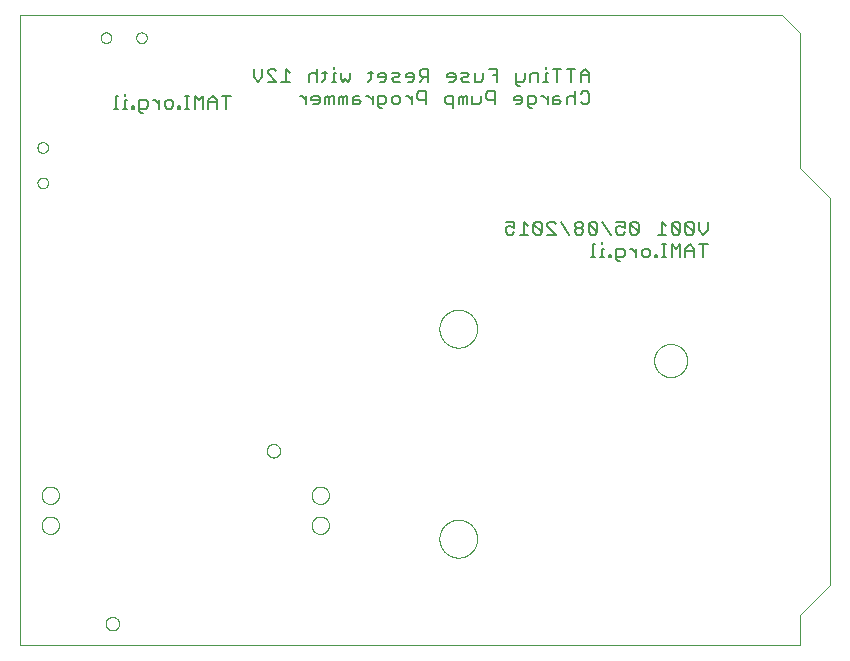
<source format=gbo>
G75*
%MOIN*%
%OFA0B0*%
%FSLAX25Y25*%
%IPPOS*%
%LPD*%
%AMOC8*
5,1,8,0,0,1.08239X$1,22.5*
%
%ADD10C,0.00004*%
%ADD11C,0.00800*%
%ADD12C,0.00000*%
%ADD13C,0.00394*%
D10*
X0016500Y0031300D02*
X0016500Y0241300D01*
X0270500Y0241300D01*
X0276500Y0235300D01*
X0276500Y0190300D01*
X0286500Y0180300D01*
X0286500Y0051300D01*
X0276500Y0041300D01*
X0276500Y0031300D01*
X0016500Y0031300D01*
X0276500Y0031300D01*
X0276500Y0041300D01*
X0286500Y0051300D01*
X0286500Y0180300D01*
X0276500Y0190300D01*
X0276500Y0235300D01*
X0270500Y0241300D01*
X0016500Y0241300D01*
X0016500Y0031300D01*
D11*
X0178343Y0168901D02*
X0179043Y0168200D01*
X0180444Y0168200D01*
X0181145Y0168901D01*
X0181145Y0170302D02*
X0179744Y0171002D01*
X0179043Y0171002D01*
X0178343Y0170302D01*
X0178343Y0168901D01*
X0181145Y0170302D02*
X0181145Y0172404D01*
X0178343Y0172404D01*
X0184348Y0172404D02*
X0184348Y0168200D01*
X0185749Y0168200D02*
X0182947Y0168200D01*
X0185749Y0171002D02*
X0184348Y0172404D01*
X0187551Y0171703D02*
X0190353Y0168901D01*
X0189652Y0168200D01*
X0188251Y0168200D01*
X0187551Y0168901D01*
X0187551Y0171703D01*
X0188251Y0172404D01*
X0189652Y0172404D01*
X0190353Y0171703D01*
X0190353Y0168901D01*
X0192154Y0168200D02*
X0194957Y0168200D01*
X0192154Y0171002D01*
X0192154Y0171703D01*
X0192855Y0172404D01*
X0194256Y0172404D01*
X0194957Y0171703D01*
X0196758Y0172404D02*
X0199561Y0168200D01*
X0201362Y0168901D02*
X0202063Y0168200D01*
X0203464Y0168200D01*
X0204165Y0168901D01*
X0204165Y0169601D01*
X0203464Y0170302D01*
X0202063Y0170302D01*
X0201362Y0169601D01*
X0201362Y0168901D01*
X0202063Y0170302D02*
X0201362Y0171002D01*
X0201362Y0171703D01*
X0202063Y0172404D01*
X0203464Y0172404D01*
X0204165Y0171703D01*
X0204165Y0171002D01*
X0203464Y0170302D01*
X0205966Y0171703D02*
X0205966Y0168901D01*
X0206667Y0168200D01*
X0208068Y0168200D01*
X0208769Y0168901D01*
X0205966Y0171703D01*
X0206667Y0172404D01*
X0208068Y0172404D01*
X0208769Y0171703D01*
X0208769Y0168901D01*
X0210370Y0165604D02*
X0210370Y0164904D01*
X0210370Y0163502D02*
X0210370Y0160700D01*
X0211071Y0160700D02*
X0209669Y0160700D01*
X0208001Y0160700D02*
X0206600Y0160700D01*
X0207301Y0160700D02*
X0207301Y0164904D01*
X0208001Y0164904D01*
X0210370Y0163502D02*
X0211071Y0163502D01*
X0212672Y0161401D02*
X0212672Y0160700D01*
X0213373Y0160700D01*
X0213373Y0161401D01*
X0212672Y0161401D01*
X0215174Y0160700D02*
X0217276Y0160700D01*
X0217976Y0161401D01*
X0217976Y0162802D01*
X0217276Y0163502D01*
X0215174Y0163502D01*
X0215174Y0159999D01*
X0215875Y0159299D01*
X0216575Y0159299D01*
X0219711Y0163502D02*
X0220412Y0163502D01*
X0221813Y0162101D01*
X0221813Y0160700D02*
X0221813Y0163502D01*
X0223615Y0162802D02*
X0223615Y0161401D01*
X0224315Y0160700D01*
X0225716Y0160700D01*
X0226417Y0161401D01*
X0226417Y0162802D01*
X0225716Y0163502D01*
X0224315Y0163502D01*
X0223615Y0162802D01*
X0228018Y0161401D02*
X0228018Y0160700D01*
X0228719Y0160700D01*
X0228719Y0161401D01*
X0228018Y0161401D01*
X0230387Y0160700D02*
X0231788Y0160700D01*
X0231088Y0160700D02*
X0231088Y0164904D01*
X0231788Y0164904D02*
X0230387Y0164904D01*
X0233590Y0164904D02*
X0234991Y0163502D01*
X0236392Y0164904D01*
X0236392Y0160700D01*
X0238194Y0160700D02*
X0238194Y0163502D01*
X0239595Y0164904D01*
X0240996Y0163502D01*
X0240996Y0160700D01*
X0240996Y0162802D02*
X0238194Y0162802D01*
X0233590Y0164904D02*
X0233590Y0160700D01*
X0234290Y0168200D02*
X0235692Y0168200D01*
X0236392Y0168901D01*
X0233590Y0171703D01*
X0233590Y0168901D01*
X0234290Y0168200D01*
X0236392Y0168901D02*
X0236392Y0171703D01*
X0235692Y0172404D01*
X0234290Y0172404D01*
X0233590Y0171703D01*
X0231788Y0171002D02*
X0230387Y0172404D01*
X0230387Y0168200D01*
X0231788Y0168200D02*
X0228986Y0168200D01*
X0222580Y0168901D02*
X0219778Y0171703D01*
X0219778Y0168901D01*
X0220479Y0168200D01*
X0221880Y0168200D01*
X0222580Y0168901D01*
X0222580Y0171703D01*
X0221880Y0172404D01*
X0220479Y0172404D01*
X0219778Y0171703D01*
X0217976Y0172404D02*
X0217976Y0170302D01*
X0216575Y0171002D01*
X0215875Y0171002D01*
X0215174Y0170302D01*
X0215174Y0168901D01*
X0215875Y0168200D01*
X0217276Y0168200D01*
X0217976Y0168901D01*
X0217976Y0172404D02*
X0215174Y0172404D01*
X0213373Y0168200D02*
X0210570Y0172404D01*
X0238194Y0171703D02*
X0238194Y0168901D01*
X0238894Y0168200D01*
X0240295Y0168200D01*
X0240996Y0168901D01*
X0238194Y0171703D01*
X0238894Y0172404D01*
X0240295Y0172404D01*
X0240996Y0171703D01*
X0240996Y0168901D01*
X0242798Y0169601D02*
X0242798Y0172404D01*
X0245600Y0172404D02*
X0245600Y0169601D01*
X0244199Y0168200D01*
X0242798Y0169601D01*
X0242798Y0164904D02*
X0245600Y0164904D01*
X0244199Y0164904D02*
X0244199Y0160700D01*
X0187050Y0210299D02*
X0186350Y0210299D01*
X0185649Y0210999D01*
X0185649Y0214502D01*
X0187751Y0214502D01*
X0188452Y0213802D01*
X0188452Y0212401D01*
X0187751Y0211700D01*
X0185649Y0211700D01*
X0183848Y0212401D02*
X0183848Y0213802D01*
X0183147Y0214502D01*
X0181746Y0214502D01*
X0181045Y0213802D01*
X0181045Y0213101D01*
X0183848Y0213101D01*
X0183848Y0212401D02*
X0183147Y0211700D01*
X0181746Y0211700D01*
X0182513Y0217799D02*
X0183214Y0217799D01*
X0182513Y0217799D02*
X0181813Y0218499D01*
X0181813Y0222002D01*
X0181813Y0219200D02*
X0183914Y0219200D01*
X0184615Y0219901D01*
X0184615Y0222002D01*
X0186417Y0221302D02*
X0186417Y0219200D01*
X0186417Y0221302D02*
X0187117Y0222002D01*
X0189219Y0222002D01*
X0189219Y0219200D01*
X0190887Y0219200D02*
X0192288Y0219200D01*
X0191588Y0219200D02*
X0191588Y0222002D01*
X0192288Y0222002D01*
X0191588Y0223404D02*
X0191588Y0224104D01*
X0194090Y0223404D02*
X0196892Y0223404D01*
X0195491Y0223404D02*
X0195491Y0219200D01*
X0200095Y0219200D02*
X0200095Y0223404D01*
X0201496Y0223404D02*
X0198694Y0223404D01*
X0203298Y0222002D02*
X0203298Y0219200D01*
X0203298Y0221302D02*
X0206100Y0221302D01*
X0206100Y0222002D02*
X0204699Y0223404D01*
X0203298Y0222002D01*
X0206100Y0222002D02*
X0206100Y0219200D01*
X0205399Y0215904D02*
X0203998Y0215904D01*
X0203298Y0215203D01*
X0201496Y0215904D02*
X0201496Y0211700D01*
X0203298Y0212401D02*
X0203998Y0211700D01*
X0205399Y0211700D01*
X0206100Y0212401D01*
X0206100Y0215203D01*
X0205399Y0215904D01*
X0201496Y0213802D02*
X0200795Y0214502D01*
X0199394Y0214502D01*
X0198694Y0213802D01*
X0198694Y0211700D01*
X0196892Y0212401D02*
X0196192Y0213101D01*
X0194090Y0213101D01*
X0194090Y0213802D02*
X0194090Y0211700D01*
X0196192Y0211700D01*
X0196892Y0212401D01*
X0196192Y0214502D02*
X0194790Y0214502D01*
X0194090Y0213802D01*
X0192288Y0214502D02*
X0192288Y0211700D01*
X0192288Y0213101D02*
X0190887Y0214502D01*
X0190186Y0214502D01*
X0175407Y0219200D02*
X0175407Y0223404D01*
X0172605Y0223404D01*
X0170803Y0222002D02*
X0170803Y0219901D01*
X0170103Y0219200D01*
X0168001Y0219200D01*
X0168001Y0222002D01*
X0166199Y0221302D02*
X0165499Y0220601D01*
X0164098Y0220601D01*
X0163397Y0219901D01*
X0164098Y0219200D01*
X0166199Y0219200D01*
X0166199Y0221302D02*
X0165499Y0222002D01*
X0163397Y0222002D01*
X0161595Y0221302D02*
X0160895Y0222002D01*
X0159494Y0222002D01*
X0158793Y0221302D01*
X0158793Y0220601D01*
X0161595Y0220601D01*
X0161595Y0219901D02*
X0161595Y0221302D01*
X0161595Y0219901D02*
X0160895Y0219200D01*
X0159494Y0219200D01*
X0158726Y0214502D02*
X0158026Y0213802D01*
X0158026Y0212401D01*
X0158726Y0211700D01*
X0160828Y0211700D01*
X0160828Y0210299D02*
X0160828Y0214502D01*
X0158726Y0214502D01*
X0162630Y0213802D02*
X0162630Y0211700D01*
X0164031Y0211700D02*
X0164031Y0213802D01*
X0163330Y0214502D01*
X0162630Y0213802D01*
X0164031Y0213802D02*
X0164731Y0214502D01*
X0165432Y0214502D01*
X0165432Y0211700D01*
X0167234Y0211700D02*
X0167234Y0214502D01*
X0170036Y0214502D02*
X0170036Y0212401D01*
X0169335Y0211700D01*
X0167234Y0211700D01*
X0171837Y0213802D02*
X0172538Y0213101D01*
X0174640Y0213101D01*
X0174640Y0211700D02*
X0174640Y0215904D01*
X0172538Y0215904D01*
X0171837Y0215203D01*
X0171837Y0213802D01*
X0174006Y0221302D02*
X0175407Y0221302D01*
X0152388Y0220601D02*
X0150286Y0220601D01*
X0149585Y0221302D01*
X0149585Y0222703D01*
X0150286Y0223404D01*
X0152388Y0223404D01*
X0152388Y0219200D01*
X0150986Y0220601D02*
X0149585Y0219200D01*
X0147784Y0219901D02*
X0147784Y0221302D01*
X0147083Y0222002D01*
X0145682Y0222002D01*
X0144981Y0221302D01*
X0144981Y0220601D01*
X0147784Y0220601D01*
X0147784Y0219901D02*
X0147083Y0219200D01*
X0145682Y0219200D01*
X0143180Y0219200D02*
X0141078Y0219200D01*
X0140377Y0219901D01*
X0141078Y0220601D01*
X0142479Y0220601D01*
X0143180Y0221302D01*
X0142479Y0222002D01*
X0140377Y0222002D01*
X0138576Y0221302D02*
X0137875Y0222002D01*
X0136474Y0222002D01*
X0135773Y0221302D01*
X0135773Y0220601D01*
X0138576Y0220601D01*
X0138576Y0219901D02*
X0138576Y0221302D01*
X0138576Y0219901D02*
X0137875Y0219200D01*
X0136474Y0219200D01*
X0133271Y0219901D02*
X0133271Y0222703D01*
X0132571Y0222002D02*
X0133972Y0222002D01*
X0133271Y0219901D02*
X0132571Y0219200D01*
X0132571Y0214502D02*
X0131870Y0214502D01*
X0132571Y0214502D02*
X0133972Y0213101D01*
X0133972Y0211700D02*
X0133972Y0214502D01*
X0135773Y0214502D02*
X0135773Y0210999D01*
X0136474Y0210299D01*
X0137175Y0210299D01*
X0137875Y0211700D02*
X0135773Y0211700D01*
X0137875Y0211700D02*
X0138576Y0212401D01*
X0138576Y0213802D01*
X0137875Y0214502D01*
X0135773Y0214502D01*
X0140377Y0213802D02*
X0140377Y0212401D01*
X0141078Y0211700D01*
X0142479Y0211700D01*
X0143180Y0212401D01*
X0143180Y0213802D01*
X0142479Y0214502D01*
X0141078Y0214502D01*
X0140377Y0213802D01*
X0144915Y0214502D02*
X0145615Y0214502D01*
X0147016Y0213101D01*
X0147016Y0211700D02*
X0147016Y0214502D01*
X0148818Y0213802D02*
X0149518Y0213101D01*
X0151620Y0213101D01*
X0151620Y0211700D02*
X0151620Y0215904D01*
X0149518Y0215904D01*
X0148818Y0215203D01*
X0148818Y0213802D01*
X0130135Y0212401D02*
X0129435Y0213101D01*
X0127333Y0213101D01*
X0127333Y0213802D02*
X0127333Y0211700D01*
X0129435Y0211700D01*
X0130135Y0212401D01*
X0129435Y0214502D02*
X0128033Y0214502D01*
X0127333Y0213802D01*
X0125531Y0214502D02*
X0125531Y0211700D01*
X0124130Y0211700D02*
X0124130Y0213802D01*
X0123430Y0214502D01*
X0122729Y0213802D01*
X0122729Y0211700D01*
X0120927Y0211700D02*
X0120927Y0214502D01*
X0120227Y0214502D01*
X0119526Y0213802D01*
X0118826Y0214502D01*
X0118125Y0213802D01*
X0118125Y0211700D01*
X0119526Y0211700D02*
X0119526Y0213802D01*
X0116323Y0213802D02*
X0116323Y0212401D01*
X0115623Y0211700D01*
X0114222Y0211700D01*
X0113521Y0213101D02*
X0116323Y0213101D01*
X0116323Y0213802D02*
X0115623Y0214502D01*
X0114222Y0214502D01*
X0113521Y0213802D01*
X0113521Y0213101D01*
X0111720Y0213101D02*
X0110318Y0214502D01*
X0109618Y0214502D01*
X0111720Y0214502D02*
X0111720Y0211700D01*
X0112754Y0219200D02*
X0112754Y0221302D01*
X0113454Y0222002D01*
X0114856Y0222002D01*
X0115556Y0221302D01*
X0117224Y0222002D02*
X0118625Y0222002D01*
X0117925Y0222703D02*
X0117925Y0219901D01*
X0117224Y0219200D01*
X0115556Y0219200D02*
X0115556Y0223404D01*
X0120994Y0223404D02*
X0120994Y0224104D01*
X0120994Y0222002D02*
X0120994Y0219200D01*
X0120294Y0219200D02*
X0121695Y0219200D01*
X0123496Y0219901D02*
X0123496Y0222002D01*
X0121695Y0222002D02*
X0120994Y0222002D01*
X0123496Y0219901D02*
X0124197Y0219200D01*
X0124897Y0219901D01*
X0125598Y0219200D01*
X0126299Y0219901D01*
X0126299Y0222002D01*
X0125531Y0214502D02*
X0124831Y0214502D01*
X0124130Y0213802D01*
X0106348Y0219200D02*
X0103546Y0219200D01*
X0104947Y0219200D02*
X0104947Y0223404D01*
X0106348Y0222002D01*
X0101744Y0222703D02*
X0101044Y0223404D01*
X0099643Y0223404D01*
X0098942Y0222703D01*
X0098942Y0222002D01*
X0101744Y0219200D01*
X0098942Y0219200D01*
X0097140Y0220601D02*
X0097140Y0223404D01*
X0094338Y0223404D02*
X0094338Y0220601D01*
X0095739Y0219200D01*
X0097140Y0220601D01*
X0086600Y0214404D02*
X0083798Y0214404D01*
X0085199Y0214404D02*
X0085199Y0210200D01*
X0081996Y0210200D02*
X0081996Y0213002D01*
X0080595Y0214404D01*
X0079194Y0213002D01*
X0079194Y0210200D01*
X0077392Y0210200D02*
X0077392Y0214404D01*
X0075991Y0213002D01*
X0074590Y0214404D01*
X0074590Y0210200D01*
X0072788Y0210200D02*
X0071387Y0210200D01*
X0072088Y0210200D02*
X0072088Y0214404D01*
X0072788Y0214404D02*
X0071387Y0214404D01*
X0069719Y0210901D02*
X0069018Y0210901D01*
X0069018Y0210200D01*
X0069719Y0210200D01*
X0069719Y0210901D01*
X0067417Y0210901D02*
X0066716Y0210200D01*
X0065315Y0210200D01*
X0064615Y0210901D01*
X0064615Y0212302D01*
X0065315Y0213002D01*
X0066716Y0213002D01*
X0067417Y0212302D01*
X0067417Y0210901D01*
X0062813Y0211601D02*
X0061412Y0213002D01*
X0060711Y0213002D01*
X0058976Y0212302D02*
X0058976Y0210901D01*
X0058276Y0210200D01*
X0056174Y0210200D01*
X0056174Y0209499D02*
X0056174Y0213002D01*
X0058276Y0213002D01*
X0058976Y0212302D01*
X0057575Y0208799D02*
X0056875Y0208799D01*
X0056174Y0209499D01*
X0054373Y0210200D02*
X0053672Y0210200D01*
X0053672Y0210901D01*
X0054373Y0210901D01*
X0054373Y0210200D01*
X0052071Y0210200D02*
X0050669Y0210200D01*
X0051370Y0210200D02*
X0051370Y0213002D01*
X0052071Y0213002D01*
X0051370Y0214404D02*
X0051370Y0215104D01*
X0049001Y0214404D02*
X0048301Y0214404D01*
X0048301Y0210200D01*
X0049001Y0210200D02*
X0047600Y0210200D01*
X0062813Y0210200D02*
X0062813Y0213002D01*
X0079194Y0212302D02*
X0081996Y0212302D01*
D12*
X0055134Y0233800D02*
X0055136Y0233884D01*
X0055142Y0233967D01*
X0055152Y0234050D01*
X0055166Y0234133D01*
X0055183Y0234215D01*
X0055205Y0234296D01*
X0055230Y0234375D01*
X0055259Y0234454D01*
X0055292Y0234531D01*
X0055328Y0234606D01*
X0055368Y0234680D01*
X0055411Y0234752D01*
X0055458Y0234821D01*
X0055508Y0234888D01*
X0055561Y0234953D01*
X0055617Y0235015D01*
X0055675Y0235075D01*
X0055737Y0235132D01*
X0055801Y0235185D01*
X0055868Y0235236D01*
X0055937Y0235283D01*
X0056008Y0235328D01*
X0056081Y0235368D01*
X0056156Y0235405D01*
X0056233Y0235439D01*
X0056311Y0235469D01*
X0056390Y0235495D01*
X0056471Y0235518D01*
X0056553Y0235536D01*
X0056635Y0235551D01*
X0056718Y0235562D01*
X0056801Y0235569D01*
X0056885Y0235572D01*
X0056969Y0235571D01*
X0057052Y0235566D01*
X0057136Y0235557D01*
X0057218Y0235544D01*
X0057300Y0235528D01*
X0057381Y0235507D01*
X0057462Y0235483D01*
X0057540Y0235455D01*
X0057618Y0235423D01*
X0057694Y0235387D01*
X0057768Y0235348D01*
X0057840Y0235306D01*
X0057910Y0235260D01*
X0057978Y0235211D01*
X0058043Y0235159D01*
X0058106Y0235104D01*
X0058166Y0235046D01*
X0058224Y0234985D01*
X0058278Y0234921D01*
X0058330Y0234855D01*
X0058378Y0234787D01*
X0058423Y0234716D01*
X0058464Y0234643D01*
X0058503Y0234569D01*
X0058537Y0234493D01*
X0058568Y0234415D01*
X0058595Y0234336D01*
X0058619Y0234255D01*
X0058638Y0234174D01*
X0058654Y0234092D01*
X0058666Y0234009D01*
X0058674Y0233925D01*
X0058678Y0233842D01*
X0058678Y0233758D01*
X0058674Y0233675D01*
X0058666Y0233591D01*
X0058654Y0233508D01*
X0058638Y0233426D01*
X0058619Y0233345D01*
X0058595Y0233264D01*
X0058568Y0233185D01*
X0058537Y0233107D01*
X0058503Y0233031D01*
X0058464Y0232957D01*
X0058423Y0232884D01*
X0058378Y0232813D01*
X0058330Y0232745D01*
X0058278Y0232679D01*
X0058224Y0232615D01*
X0058166Y0232554D01*
X0058106Y0232496D01*
X0058043Y0232441D01*
X0057978Y0232389D01*
X0057910Y0232340D01*
X0057840Y0232294D01*
X0057768Y0232252D01*
X0057694Y0232213D01*
X0057618Y0232177D01*
X0057540Y0232145D01*
X0057462Y0232117D01*
X0057381Y0232093D01*
X0057300Y0232072D01*
X0057218Y0232056D01*
X0057136Y0232043D01*
X0057052Y0232034D01*
X0056969Y0232029D01*
X0056885Y0232028D01*
X0056801Y0232031D01*
X0056718Y0232038D01*
X0056635Y0232049D01*
X0056553Y0232064D01*
X0056471Y0232082D01*
X0056390Y0232105D01*
X0056311Y0232131D01*
X0056233Y0232161D01*
X0056156Y0232195D01*
X0056081Y0232232D01*
X0056008Y0232272D01*
X0055937Y0232317D01*
X0055868Y0232364D01*
X0055801Y0232415D01*
X0055737Y0232468D01*
X0055675Y0232525D01*
X0055617Y0232585D01*
X0055561Y0232647D01*
X0055508Y0232712D01*
X0055458Y0232779D01*
X0055411Y0232848D01*
X0055368Y0232920D01*
X0055328Y0232994D01*
X0055292Y0233069D01*
X0055259Y0233146D01*
X0055230Y0233225D01*
X0055205Y0233304D01*
X0055183Y0233385D01*
X0055166Y0233467D01*
X0055152Y0233550D01*
X0055142Y0233633D01*
X0055136Y0233716D01*
X0055134Y0233800D01*
X0043322Y0233800D02*
X0043324Y0233884D01*
X0043330Y0233967D01*
X0043340Y0234050D01*
X0043354Y0234133D01*
X0043371Y0234215D01*
X0043393Y0234296D01*
X0043418Y0234375D01*
X0043447Y0234454D01*
X0043480Y0234531D01*
X0043516Y0234606D01*
X0043556Y0234680D01*
X0043599Y0234752D01*
X0043646Y0234821D01*
X0043696Y0234888D01*
X0043749Y0234953D01*
X0043805Y0235015D01*
X0043863Y0235075D01*
X0043925Y0235132D01*
X0043989Y0235185D01*
X0044056Y0235236D01*
X0044125Y0235283D01*
X0044196Y0235328D01*
X0044269Y0235368D01*
X0044344Y0235405D01*
X0044421Y0235439D01*
X0044499Y0235469D01*
X0044578Y0235495D01*
X0044659Y0235518D01*
X0044741Y0235536D01*
X0044823Y0235551D01*
X0044906Y0235562D01*
X0044989Y0235569D01*
X0045073Y0235572D01*
X0045157Y0235571D01*
X0045240Y0235566D01*
X0045324Y0235557D01*
X0045406Y0235544D01*
X0045488Y0235528D01*
X0045569Y0235507D01*
X0045650Y0235483D01*
X0045728Y0235455D01*
X0045806Y0235423D01*
X0045882Y0235387D01*
X0045956Y0235348D01*
X0046028Y0235306D01*
X0046098Y0235260D01*
X0046166Y0235211D01*
X0046231Y0235159D01*
X0046294Y0235104D01*
X0046354Y0235046D01*
X0046412Y0234985D01*
X0046466Y0234921D01*
X0046518Y0234855D01*
X0046566Y0234787D01*
X0046611Y0234716D01*
X0046652Y0234643D01*
X0046691Y0234569D01*
X0046725Y0234493D01*
X0046756Y0234415D01*
X0046783Y0234336D01*
X0046807Y0234255D01*
X0046826Y0234174D01*
X0046842Y0234092D01*
X0046854Y0234009D01*
X0046862Y0233925D01*
X0046866Y0233842D01*
X0046866Y0233758D01*
X0046862Y0233675D01*
X0046854Y0233591D01*
X0046842Y0233508D01*
X0046826Y0233426D01*
X0046807Y0233345D01*
X0046783Y0233264D01*
X0046756Y0233185D01*
X0046725Y0233107D01*
X0046691Y0233031D01*
X0046652Y0232957D01*
X0046611Y0232884D01*
X0046566Y0232813D01*
X0046518Y0232745D01*
X0046466Y0232679D01*
X0046412Y0232615D01*
X0046354Y0232554D01*
X0046294Y0232496D01*
X0046231Y0232441D01*
X0046166Y0232389D01*
X0046098Y0232340D01*
X0046028Y0232294D01*
X0045956Y0232252D01*
X0045882Y0232213D01*
X0045806Y0232177D01*
X0045728Y0232145D01*
X0045650Y0232117D01*
X0045569Y0232093D01*
X0045488Y0232072D01*
X0045406Y0232056D01*
X0045324Y0232043D01*
X0045240Y0232034D01*
X0045157Y0232029D01*
X0045073Y0232028D01*
X0044989Y0232031D01*
X0044906Y0232038D01*
X0044823Y0232049D01*
X0044741Y0232064D01*
X0044659Y0232082D01*
X0044578Y0232105D01*
X0044499Y0232131D01*
X0044421Y0232161D01*
X0044344Y0232195D01*
X0044269Y0232232D01*
X0044196Y0232272D01*
X0044125Y0232317D01*
X0044056Y0232364D01*
X0043989Y0232415D01*
X0043925Y0232468D01*
X0043863Y0232525D01*
X0043805Y0232585D01*
X0043749Y0232647D01*
X0043696Y0232712D01*
X0043646Y0232779D01*
X0043599Y0232848D01*
X0043556Y0232920D01*
X0043516Y0232994D01*
X0043480Y0233069D01*
X0043447Y0233146D01*
X0043418Y0233225D01*
X0043393Y0233304D01*
X0043371Y0233385D01*
X0043354Y0233467D01*
X0043340Y0233550D01*
X0043330Y0233633D01*
X0043324Y0233716D01*
X0043322Y0233800D01*
X0022228Y0197206D02*
X0022230Y0197290D01*
X0022236Y0197373D01*
X0022246Y0197456D01*
X0022260Y0197539D01*
X0022277Y0197621D01*
X0022299Y0197702D01*
X0022324Y0197781D01*
X0022353Y0197860D01*
X0022386Y0197937D01*
X0022422Y0198012D01*
X0022462Y0198086D01*
X0022505Y0198158D01*
X0022552Y0198227D01*
X0022602Y0198294D01*
X0022655Y0198359D01*
X0022711Y0198421D01*
X0022769Y0198481D01*
X0022831Y0198538D01*
X0022895Y0198591D01*
X0022962Y0198642D01*
X0023031Y0198689D01*
X0023102Y0198734D01*
X0023175Y0198774D01*
X0023250Y0198811D01*
X0023327Y0198845D01*
X0023405Y0198875D01*
X0023484Y0198901D01*
X0023565Y0198924D01*
X0023647Y0198942D01*
X0023729Y0198957D01*
X0023812Y0198968D01*
X0023895Y0198975D01*
X0023979Y0198978D01*
X0024063Y0198977D01*
X0024146Y0198972D01*
X0024230Y0198963D01*
X0024312Y0198950D01*
X0024394Y0198934D01*
X0024475Y0198913D01*
X0024556Y0198889D01*
X0024634Y0198861D01*
X0024712Y0198829D01*
X0024788Y0198793D01*
X0024862Y0198754D01*
X0024934Y0198712D01*
X0025004Y0198666D01*
X0025072Y0198617D01*
X0025137Y0198565D01*
X0025200Y0198510D01*
X0025260Y0198452D01*
X0025318Y0198391D01*
X0025372Y0198327D01*
X0025424Y0198261D01*
X0025472Y0198193D01*
X0025517Y0198122D01*
X0025558Y0198049D01*
X0025597Y0197975D01*
X0025631Y0197899D01*
X0025662Y0197821D01*
X0025689Y0197742D01*
X0025713Y0197661D01*
X0025732Y0197580D01*
X0025748Y0197498D01*
X0025760Y0197415D01*
X0025768Y0197331D01*
X0025772Y0197248D01*
X0025772Y0197164D01*
X0025768Y0197081D01*
X0025760Y0196997D01*
X0025748Y0196914D01*
X0025732Y0196832D01*
X0025713Y0196751D01*
X0025689Y0196670D01*
X0025662Y0196591D01*
X0025631Y0196513D01*
X0025597Y0196437D01*
X0025558Y0196363D01*
X0025517Y0196290D01*
X0025472Y0196219D01*
X0025424Y0196151D01*
X0025372Y0196085D01*
X0025318Y0196021D01*
X0025260Y0195960D01*
X0025200Y0195902D01*
X0025137Y0195847D01*
X0025072Y0195795D01*
X0025004Y0195746D01*
X0024934Y0195700D01*
X0024862Y0195658D01*
X0024788Y0195619D01*
X0024712Y0195583D01*
X0024634Y0195551D01*
X0024556Y0195523D01*
X0024475Y0195499D01*
X0024394Y0195478D01*
X0024312Y0195462D01*
X0024230Y0195449D01*
X0024146Y0195440D01*
X0024063Y0195435D01*
X0023979Y0195434D01*
X0023895Y0195437D01*
X0023812Y0195444D01*
X0023729Y0195455D01*
X0023647Y0195470D01*
X0023565Y0195488D01*
X0023484Y0195511D01*
X0023405Y0195537D01*
X0023327Y0195567D01*
X0023250Y0195601D01*
X0023175Y0195638D01*
X0023102Y0195678D01*
X0023031Y0195723D01*
X0022962Y0195770D01*
X0022895Y0195821D01*
X0022831Y0195874D01*
X0022769Y0195931D01*
X0022711Y0195991D01*
X0022655Y0196053D01*
X0022602Y0196118D01*
X0022552Y0196185D01*
X0022505Y0196254D01*
X0022462Y0196326D01*
X0022422Y0196400D01*
X0022386Y0196475D01*
X0022353Y0196552D01*
X0022324Y0196631D01*
X0022299Y0196710D01*
X0022277Y0196791D01*
X0022260Y0196873D01*
X0022246Y0196956D01*
X0022236Y0197039D01*
X0022230Y0197122D01*
X0022228Y0197206D01*
X0022228Y0185394D02*
X0022230Y0185478D01*
X0022236Y0185561D01*
X0022246Y0185644D01*
X0022260Y0185727D01*
X0022277Y0185809D01*
X0022299Y0185890D01*
X0022324Y0185969D01*
X0022353Y0186048D01*
X0022386Y0186125D01*
X0022422Y0186200D01*
X0022462Y0186274D01*
X0022505Y0186346D01*
X0022552Y0186415D01*
X0022602Y0186482D01*
X0022655Y0186547D01*
X0022711Y0186609D01*
X0022769Y0186669D01*
X0022831Y0186726D01*
X0022895Y0186779D01*
X0022962Y0186830D01*
X0023031Y0186877D01*
X0023102Y0186922D01*
X0023175Y0186962D01*
X0023250Y0186999D01*
X0023327Y0187033D01*
X0023405Y0187063D01*
X0023484Y0187089D01*
X0023565Y0187112D01*
X0023647Y0187130D01*
X0023729Y0187145D01*
X0023812Y0187156D01*
X0023895Y0187163D01*
X0023979Y0187166D01*
X0024063Y0187165D01*
X0024146Y0187160D01*
X0024230Y0187151D01*
X0024312Y0187138D01*
X0024394Y0187122D01*
X0024475Y0187101D01*
X0024556Y0187077D01*
X0024634Y0187049D01*
X0024712Y0187017D01*
X0024788Y0186981D01*
X0024862Y0186942D01*
X0024934Y0186900D01*
X0025004Y0186854D01*
X0025072Y0186805D01*
X0025137Y0186753D01*
X0025200Y0186698D01*
X0025260Y0186640D01*
X0025318Y0186579D01*
X0025372Y0186515D01*
X0025424Y0186449D01*
X0025472Y0186381D01*
X0025517Y0186310D01*
X0025558Y0186237D01*
X0025597Y0186163D01*
X0025631Y0186087D01*
X0025662Y0186009D01*
X0025689Y0185930D01*
X0025713Y0185849D01*
X0025732Y0185768D01*
X0025748Y0185686D01*
X0025760Y0185603D01*
X0025768Y0185519D01*
X0025772Y0185436D01*
X0025772Y0185352D01*
X0025768Y0185269D01*
X0025760Y0185185D01*
X0025748Y0185102D01*
X0025732Y0185020D01*
X0025713Y0184939D01*
X0025689Y0184858D01*
X0025662Y0184779D01*
X0025631Y0184701D01*
X0025597Y0184625D01*
X0025558Y0184551D01*
X0025517Y0184478D01*
X0025472Y0184407D01*
X0025424Y0184339D01*
X0025372Y0184273D01*
X0025318Y0184209D01*
X0025260Y0184148D01*
X0025200Y0184090D01*
X0025137Y0184035D01*
X0025072Y0183983D01*
X0025004Y0183934D01*
X0024934Y0183888D01*
X0024862Y0183846D01*
X0024788Y0183807D01*
X0024712Y0183771D01*
X0024634Y0183739D01*
X0024556Y0183711D01*
X0024475Y0183687D01*
X0024394Y0183666D01*
X0024312Y0183650D01*
X0024230Y0183637D01*
X0024146Y0183628D01*
X0024063Y0183623D01*
X0023979Y0183622D01*
X0023895Y0183625D01*
X0023812Y0183632D01*
X0023729Y0183643D01*
X0023647Y0183658D01*
X0023565Y0183676D01*
X0023484Y0183699D01*
X0023405Y0183725D01*
X0023327Y0183755D01*
X0023250Y0183789D01*
X0023175Y0183826D01*
X0023102Y0183866D01*
X0023031Y0183911D01*
X0022962Y0183958D01*
X0022895Y0184009D01*
X0022831Y0184062D01*
X0022769Y0184119D01*
X0022711Y0184179D01*
X0022655Y0184241D01*
X0022602Y0184306D01*
X0022552Y0184373D01*
X0022505Y0184442D01*
X0022462Y0184514D01*
X0022422Y0184588D01*
X0022386Y0184663D01*
X0022353Y0184740D01*
X0022324Y0184819D01*
X0022299Y0184898D01*
X0022277Y0184979D01*
X0022260Y0185061D01*
X0022246Y0185144D01*
X0022236Y0185227D01*
X0022230Y0185310D01*
X0022228Y0185394D01*
X0023600Y0081300D02*
X0023602Y0081407D01*
X0023608Y0081514D01*
X0023618Y0081621D01*
X0023632Y0081727D01*
X0023649Y0081833D01*
X0023671Y0081938D01*
X0023697Y0082042D01*
X0023726Y0082145D01*
X0023759Y0082247D01*
X0023796Y0082348D01*
X0023836Y0082447D01*
X0023881Y0082544D01*
X0023928Y0082640D01*
X0023980Y0082735D01*
X0024034Y0082827D01*
X0024092Y0082917D01*
X0024154Y0083005D01*
X0024218Y0083090D01*
X0024286Y0083173D01*
X0024357Y0083254D01*
X0024431Y0083332D01*
X0024507Y0083407D01*
X0024586Y0083479D01*
X0024668Y0083548D01*
X0024752Y0083614D01*
X0024839Y0083677D01*
X0024928Y0083737D01*
X0025019Y0083793D01*
X0025112Y0083846D01*
X0025207Y0083896D01*
X0025304Y0083942D01*
X0025403Y0083984D01*
X0025503Y0084023D01*
X0025604Y0084058D01*
X0025706Y0084089D01*
X0025810Y0084117D01*
X0025915Y0084140D01*
X0026020Y0084160D01*
X0026126Y0084176D01*
X0026232Y0084188D01*
X0026339Y0084196D01*
X0026446Y0084200D01*
X0026554Y0084200D01*
X0026661Y0084196D01*
X0026768Y0084188D01*
X0026874Y0084176D01*
X0026980Y0084160D01*
X0027085Y0084140D01*
X0027190Y0084117D01*
X0027294Y0084089D01*
X0027396Y0084058D01*
X0027497Y0084023D01*
X0027597Y0083984D01*
X0027696Y0083942D01*
X0027793Y0083896D01*
X0027888Y0083846D01*
X0027981Y0083793D01*
X0028072Y0083737D01*
X0028161Y0083677D01*
X0028248Y0083614D01*
X0028332Y0083548D01*
X0028414Y0083479D01*
X0028493Y0083407D01*
X0028569Y0083332D01*
X0028643Y0083254D01*
X0028714Y0083173D01*
X0028782Y0083090D01*
X0028846Y0083005D01*
X0028908Y0082917D01*
X0028966Y0082827D01*
X0029020Y0082735D01*
X0029072Y0082640D01*
X0029119Y0082544D01*
X0029164Y0082447D01*
X0029204Y0082348D01*
X0029241Y0082247D01*
X0029274Y0082145D01*
X0029303Y0082042D01*
X0029329Y0081938D01*
X0029351Y0081833D01*
X0029368Y0081727D01*
X0029382Y0081621D01*
X0029392Y0081514D01*
X0029398Y0081407D01*
X0029400Y0081300D01*
X0029398Y0081193D01*
X0029392Y0081086D01*
X0029382Y0080979D01*
X0029368Y0080873D01*
X0029351Y0080767D01*
X0029329Y0080662D01*
X0029303Y0080558D01*
X0029274Y0080455D01*
X0029241Y0080353D01*
X0029204Y0080252D01*
X0029164Y0080153D01*
X0029119Y0080056D01*
X0029072Y0079960D01*
X0029020Y0079865D01*
X0028966Y0079773D01*
X0028908Y0079683D01*
X0028846Y0079595D01*
X0028782Y0079510D01*
X0028714Y0079427D01*
X0028643Y0079346D01*
X0028569Y0079268D01*
X0028493Y0079193D01*
X0028414Y0079121D01*
X0028332Y0079052D01*
X0028248Y0078986D01*
X0028161Y0078923D01*
X0028072Y0078863D01*
X0027981Y0078807D01*
X0027888Y0078754D01*
X0027793Y0078704D01*
X0027696Y0078658D01*
X0027597Y0078616D01*
X0027497Y0078577D01*
X0027396Y0078542D01*
X0027294Y0078511D01*
X0027190Y0078483D01*
X0027085Y0078460D01*
X0026980Y0078440D01*
X0026874Y0078424D01*
X0026768Y0078412D01*
X0026661Y0078404D01*
X0026554Y0078400D01*
X0026446Y0078400D01*
X0026339Y0078404D01*
X0026232Y0078412D01*
X0026126Y0078424D01*
X0026020Y0078440D01*
X0025915Y0078460D01*
X0025810Y0078483D01*
X0025706Y0078511D01*
X0025604Y0078542D01*
X0025503Y0078577D01*
X0025403Y0078616D01*
X0025304Y0078658D01*
X0025207Y0078704D01*
X0025112Y0078754D01*
X0025019Y0078807D01*
X0024928Y0078863D01*
X0024839Y0078923D01*
X0024752Y0078986D01*
X0024668Y0079052D01*
X0024586Y0079121D01*
X0024507Y0079193D01*
X0024431Y0079268D01*
X0024357Y0079346D01*
X0024286Y0079427D01*
X0024218Y0079510D01*
X0024154Y0079595D01*
X0024092Y0079683D01*
X0024034Y0079773D01*
X0023980Y0079865D01*
X0023928Y0079960D01*
X0023881Y0080056D01*
X0023836Y0080153D01*
X0023796Y0080252D01*
X0023759Y0080353D01*
X0023726Y0080455D01*
X0023697Y0080558D01*
X0023671Y0080662D01*
X0023649Y0080767D01*
X0023632Y0080873D01*
X0023618Y0080979D01*
X0023608Y0081086D01*
X0023602Y0081193D01*
X0023600Y0081300D01*
X0023600Y0071300D02*
X0023602Y0071407D01*
X0023608Y0071514D01*
X0023618Y0071621D01*
X0023632Y0071727D01*
X0023649Y0071833D01*
X0023671Y0071938D01*
X0023697Y0072042D01*
X0023726Y0072145D01*
X0023759Y0072247D01*
X0023796Y0072348D01*
X0023836Y0072447D01*
X0023881Y0072544D01*
X0023928Y0072640D01*
X0023980Y0072735D01*
X0024034Y0072827D01*
X0024092Y0072917D01*
X0024154Y0073005D01*
X0024218Y0073090D01*
X0024286Y0073173D01*
X0024357Y0073254D01*
X0024431Y0073332D01*
X0024507Y0073407D01*
X0024586Y0073479D01*
X0024668Y0073548D01*
X0024752Y0073614D01*
X0024839Y0073677D01*
X0024928Y0073737D01*
X0025019Y0073793D01*
X0025112Y0073846D01*
X0025207Y0073896D01*
X0025304Y0073942D01*
X0025403Y0073984D01*
X0025503Y0074023D01*
X0025604Y0074058D01*
X0025706Y0074089D01*
X0025810Y0074117D01*
X0025915Y0074140D01*
X0026020Y0074160D01*
X0026126Y0074176D01*
X0026232Y0074188D01*
X0026339Y0074196D01*
X0026446Y0074200D01*
X0026554Y0074200D01*
X0026661Y0074196D01*
X0026768Y0074188D01*
X0026874Y0074176D01*
X0026980Y0074160D01*
X0027085Y0074140D01*
X0027190Y0074117D01*
X0027294Y0074089D01*
X0027396Y0074058D01*
X0027497Y0074023D01*
X0027597Y0073984D01*
X0027696Y0073942D01*
X0027793Y0073896D01*
X0027888Y0073846D01*
X0027981Y0073793D01*
X0028072Y0073737D01*
X0028161Y0073677D01*
X0028248Y0073614D01*
X0028332Y0073548D01*
X0028414Y0073479D01*
X0028493Y0073407D01*
X0028569Y0073332D01*
X0028643Y0073254D01*
X0028714Y0073173D01*
X0028782Y0073090D01*
X0028846Y0073005D01*
X0028908Y0072917D01*
X0028966Y0072827D01*
X0029020Y0072735D01*
X0029072Y0072640D01*
X0029119Y0072544D01*
X0029164Y0072447D01*
X0029204Y0072348D01*
X0029241Y0072247D01*
X0029274Y0072145D01*
X0029303Y0072042D01*
X0029329Y0071938D01*
X0029351Y0071833D01*
X0029368Y0071727D01*
X0029382Y0071621D01*
X0029392Y0071514D01*
X0029398Y0071407D01*
X0029400Y0071300D01*
X0029398Y0071193D01*
X0029392Y0071086D01*
X0029382Y0070979D01*
X0029368Y0070873D01*
X0029351Y0070767D01*
X0029329Y0070662D01*
X0029303Y0070558D01*
X0029274Y0070455D01*
X0029241Y0070353D01*
X0029204Y0070252D01*
X0029164Y0070153D01*
X0029119Y0070056D01*
X0029072Y0069960D01*
X0029020Y0069865D01*
X0028966Y0069773D01*
X0028908Y0069683D01*
X0028846Y0069595D01*
X0028782Y0069510D01*
X0028714Y0069427D01*
X0028643Y0069346D01*
X0028569Y0069268D01*
X0028493Y0069193D01*
X0028414Y0069121D01*
X0028332Y0069052D01*
X0028248Y0068986D01*
X0028161Y0068923D01*
X0028072Y0068863D01*
X0027981Y0068807D01*
X0027888Y0068754D01*
X0027793Y0068704D01*
X0027696Y0068658D01*
X0027597Y0068616D01*
X0027497Y0068577D01*
X0027396Y0068542D01*
X0027294Y0068511D01*
X0027190Y0068483D01*
X0027085Y0068460D01*
X0026980Y0068440D01*
X0026874Y0068424D01*
X0026768Y0068412D01*
X0026661Y0068404D01*
X0026554Y0068400D01*
X0026446Y0068400D01*
X0026339Y0068404D01*
X0026232Y0068412D01*
X0026126Y0068424D01*
X0026020Y0068440D01*
X0025915Y0068460D01*
X0025810Y0068483D01*
X0025706Y0068511D01*
X0025604Y0068542D01*
X0025503Y0068577D01*
X0025403Y0068616D01*
X0025304Y0068658D01*
X0025207Y0068704D01*
X0025112Y0068754D01*
X0025019Y0068807D01*
X0024928Y0068863D01*
X0024839Y0068923D01*
X0024752Y0068986D01*
X0024668Y0069052D01*
X0024586Y0069121D01*
X0024507Y0069193D01*
X0024431Y0069268D01*
X0024357Y0069346D01*
X0024286Y0069427D01*
X0024218Y0069510D01*
X0024154Y0069595D01*
X0024092Y0069683D01*
X0024034Y0069773D01*
X0023980Y0069865D01*
X0023928Y0069960D01*
X0023881Y0070056D01*
X0023836Y0070153D01*
X0023796Y0070252D01*
X0023759Y0070353D01*
X0023726Y0070455D01*
X0023697Y0070558D01*
X0023671Y0070662D01*
X0023649Y0070767D01*
X0023632Y0070873D01*
X0023618Y0070979D01*
X0023608Y0071086D01*
X0023602Y0071193D01*
X0023600Y0071300D01*
X0113600Y0071300D02*
X0113602Y0071407D01*
X0113608Y0071514D01*
X0113618Y0071621D01*
X0113632Y0071727D01*
X0113649Y0071833D01*
X0113671Y0071938D01*
X0113697Y0072042D01*
X0113726Y0072145D01*
X0113759Y0072247D01*
X0113796Y0072348D01*
X0113836Y0072447D01*
X0113881Y0072544D01*
X0113928Y0072640D01*
X0113980Y0072735D01*
X0114034Y0072827D01*
X0114092Y0072917D01*
X0114154Y0073005D01*
X0114218Y0073090D01*
X0114286Y0073173D01*
X0114357Y0073254D01*
X0114431Y0073332D01*
X0114507Y0073407D01*
X0114586Y0073479D01*
X0114668Y0073548D01*
X0114752Y0073614D01*
X0114839Y0073677D01*
X0114928Y0073737D01*
X0115019Y0073793D01*
X0115112Y0073846D01*
X0115207Y0073896D01*
X0115304Y0073942D01*
X0115403Y0073984D01*
X0115503Y0074023D01*
X0115604Y0074058D01*
X0115706Y0074089D01*
X0115810Y0074117D01*
X0115915Y0074140D01*
X0116020Y0074160D01*
X0116126Y0074176D01*
X0116232Y0074188D01*
X0116339Y0074196D01*
X0116446Y0074200D01*
X0116554Y0074200D01*
X0116661Y0074196D01*
X0116768Y0074188D01*
X0116874Y0074176D01*
X0116980Y0074160D01*
X0117085Y0074140D01*
X0117190Y0074117D01*
X0117294Y0074089D01*
X0117396Y0074058D01*
X0117497Y0074023D01*
X0117597Y0073984D01*
X0117696Y0073942D01*
X0117793Y0073896D01*
X0117888Y0073846D01*
X0117981Y0073793D01*
X0118072Y0073737D01*
X0118161Y0073677D01*
X0118248Y0073614D01*
X0118332Y0073548D01*
X0118414Y0073479D01*
X0118493Y0073407D01*
X0118569Y0073332D01*
X0118643Y0073254D01*
X0118714Y0073173D01*
X0118782Y0073090D01*
X0118846Y0073005D01*
X0118908Y0072917D01*
X0118966Y0072827D01*
X0119020Y0072735D01*
X0119072Y0072640D01*
X0119119Y0072544D01*
X0119164Y0072447D01*
X0119204Y0072348D01*
X0119241Y0072247D01*
X0119274Y0072145D01*
X0119303Y0072042D01*
X0119329Y0071938D01*
X0119351Y0071833D01*
X0119368Y0071727D01*
X0119382Y0071621D01*
X0119392Y0071514D01*
X0119398Y0071407D01*
X0119400Y0071300D01*
X0119398Y0071193D01*
X0119392Y0071086D01*
X0119382Y0070979D01*
X0119368Y0070873D01*
X0119351Y0070767D01*
X0119329Y0070662D01*
X0119303Y0070558D01*
X0119274Y0070455D01*
X0119241Y0070353D01*
X0119204Y0070252D01*
X0119164Y0070153D01*
X0119119Y0070056D01*
X0119072Y0069960D01*
X0119020Y0069865D01*
X0118966Y0069773D01*
X0118908Y0069683D01*
X0118846Y0069595D01*
X0118782Y0069510D01*
X0118714Y0069427D01*
X0118643Y0069346D01*
X0118569Y0069268D01*
X0118493Y0069193D01*
X0118414Y0069121D01*
X0118332Y0069052D01*
X0118248Y0068986D01*
X0118161Y0068923D01*
X0118072Y0068863D01*
X0117981Y0068807D01*
X0117888Y0068754D01*
X0117793Y0068704D01*
X0117696Y0068658D01*
X0117597Y0068616D01*
X0117497Y0068577D01*
X0117396Y0068542D01*
X0117294Y0068511D01*
X0117190Y0068483D01*
X0117085Y0068460D01*
X0116980Y0068440D01*
X0116874Y0068424D01*
X0116768Y0068412D01*
X0116661Y0068404D01*
X0116554Y0068400D01*
X0116446Y0068400D01*
X0116339Y0068404D01*
X0116232Y0068412D01*
X0116126Y0068424D01*
X0116020Y0068440D01*
X0115915Y0068460D01*
X0115810Y0068483D01*
X0115706Y0068511D01*
X0115604Y0068542D01*
X0115503Y0068577D01*
X0115403Y0068616D01*
X0115304Y0068658D01*
X0115207Y0068704D01*
X0115112Y0068754D01*
X0115019Y0068807D01*
X0114928Y0068863D01*
X0114839Y0068923D01*
X0114752Y0068986D01*
X0114668Y0069052D01*
X0114586Y0069121D01*
X0114507Y0069193D01*
X0114431Y0069268D01*
X0114357Y0069346D01*
X0114286Y0069427D01*
X0114218Y0069510D01*
X0114154Y0069595D01*
X0114092Y0069683D01*
X0114034Y0069773D01*
X0113980Y0069865D01*
X0113928Y0069960D01*
X0113881Y0070056D01*
X0113836Y0070153D01*
X0113796Y0070252D01*
X0113759Y0070353D01*
X0113726Y0070455D01*
X0113697Y0070558D01*
X0113671Y0070662D01*
X0113649Y0070767D01*
X0113632Y0070873D01*
X0113618Y0070979D01*
X0113608Y0071086D01*
X0113602Y0071193D01*
X0113600Y0071300D01*
X0113600Y0081300D02*
X0113602Y0081407D01*
X0113608Y0081514D01*
X0113618Y0081621D01*
X0113632Y0081727D01*
X0113649Y0081833D01*
X0113671Y0081938D01*
X0113697Y0082042D01*
X0113726Y0082145D01*
X0113759Y0082247D01*
X0113796Y0082348D01*
X0113836Y0082447D01*
X0113881Y0082544D01*
X0113928Y0082640D01*
X0113980Y0082735D01*
X0114034Y0082827D01*
X0114092Y0082917D01*
X0114154Y0083005D01*
X0114218Y0083090D01*
X0114286Y0083173D01*
X0114357Y0083254D01*
X0114431Y0083332D01*
X0114507Y0083407D01*
X0114586Y0083479D01*
X0114668Y0083548D01*
X0114752Y0083614D01*
X0114839Y0083677D01*
X0114928Y0083737D01*
X0115019Y0083793D01*
X0115112Y0083846D01*
X0115207Y0083896D01*
X0115304Y0083942D01*
X0115403Y0083984D01*
X0115503Y0084023D01*
X0115604Y0084058D01*
X0115706Y0084089D01*
X0115810Y0084117D01*
X0115915Y0084140D01*
X0116020Y0084160D01*
X0116126Y0084176D01*
X0116232Y0084188D01*
X0116339Y0084196D01*
X0116446Y0084200D01*
X0116554Y0084200D01*
X0116661Y0084196D01*
X0116768Y0084188D01*
X0116874Y0084176D01*
X0116980Y0084160D01*
X0117085Y0084140D01*
X0117190Y0084117D01*
X0117294Y0084089D01*
X0117396Y0084058D01*
X0117497Y0084023D01*
X0117597Y0083984D01*
X0117696Y0083942D01*
X0117793Y0083896D01*
X0117888Y0083846D01*
X0117981Y0083793D01*
X0118072Y0083737D01*
X0118161Y0083677D01*
X0118248Y0083614D01*
X0118332Y0083548D01*
X0118414Y0083479D01*
X0118493Y0083407D01*
X0118569Y0083332D01*
X0118643Y0083254D01*
X0118714Y0083173D01*
X0118782Y0083090D01*
X0118846Y0083005D01*
X0118908Y0082917D01*
X0118966Y0082827D01*
X0119020Y0082735D01*
X0119072Y0082640D01*
X0119119Y0082544D01*
X0119164Y0082447D01*
X0119204Y0082348D01*
X0119241Y0082247D01*
X0119274Y0082145D01*
X0119303Y0082042D01*
X0119329Y0081938D01*
X0119351Y0081833D01*
X0119368Y0081727D01*
X0119382Y0081621D01*
X0119392Y0081514D01*
X0119398Y0081407D01*
X0119400Y0081300D01*
X0119398Y0081193D01*
X0119392Y0081086D01*
X0119382Y0080979D01*
X0119368Y0080873D01*
X0119351Y0080767D01*
X0119329Y0080662D01*
X0119303Y0080558D01*
X0119274Y0080455D01*
X0119241Y0080353D01*
X0119204Y0080252D01*
X0119164Y0080153D01*
X0119119Y0080056D01*
X0119072Y0079960D01*
X0119020Y0079865D01*
X0118966Y0079773D01*
X0118908Y0079683D01*
X0118846Y0079595D01*
X0118782Y0079510D01*
X0118714Y0079427D01*
X0118643Y0079346D01*
X0118569Y0079268D01*
X0118493Y0079193D01*
X0118414Y0079121D01*
X0118332Y0079052D01*
X0118248Y0078986D01*
X0118161Y0078923D01*
X0118072Y0078863D01*
X0117981Y0078807D01*
X0117888Y0078754D01*
X0117793Y0078704D01*
X0117696Y0078658D01*
X0117597Y0078616D01*
X0117497Y0078577D01*
X0117396Y0078542D01*
X0117294Y0078511D01*
X0117190Y0078483D01*
X0117085Y0078460D01*
X0116980Y0078440D01*
X0116874Y0078424D01*
X0116768Y0078412D01*
X0116661Y0078404D01*
X0116554Y0078400D01*
X0116446Y0078400D01*
X0116339Y0078404D01*
X0116232Y0078412D01*
X0116126Y0078424D01*
X0116020Y0078440D01*
X0115915Y0078460D01*
X0115810Y0078483D01*
X0115706Y0078511D01*
X0115604Y0078542D01*
X0115503Y0078577D01*
X0115403Y0078616D01*
X0115304Y0078658D01*
X0115207Y0078704D01*
X0115112Y0078754D01*
X0115019Y0078807D01*
X0114928Y0078863D01*
X0114839Y0078923D01*
X0114752Y0078986D01*
X0114668Y0079052D01*
X0114586Y0079121D01*
X0114507Y0079193D01*
X0114431Y0079268D01*
X0114357Y0079346D01*
X0114286Y0079427D01*
X0114218Y0079510D01*
X0114154Y0079595D01*
X0114092Y0079683D01*
X0114034Y0079773D01*
X0113980Y0079865D01*
X0113928Y0079960D01*
X0113881Y0080056D01*
X0113836Y0080153D01*
X0113796Y0080252D01*
X0113759Y0080353D01*
X0113726Y0080455D01*
X0113697Y0080558D01*
X0113671Y0080662D01*
X0113649Y0080767D01*
X0113632Y0080873D01*
X0113618Y0080979D01*
X0113608Y0081086D01*
X0113602Y0081193D01*
X0113600Y0081300D01*
X0156201Y0066800D02*
X0156203Y0066958D01*
X0156209Y0067116D01*
X0156219Y0067274D01*
X0156233Y0067432D01*
X0156251Y0067589D01*
X0156272Y0067746D01*
X0156298Y0067902D01*
X0156328Y0068058D01*
X0156361Y0068213D01*
X0156399Y0068366D01*
X0156440Y0068519D01*
X0156485Y0068671D01*
X0156534Y0068822D01*
X0156587Y0068971D01*
X0156643Y0069119D01*
X0156703Y0069265D01*
X0156767Y0069410D01*
X0156835Y0069553D01*
X0156906Y0069695D01*
X0156980Y0069835D01*
X0157058Y0069972D01*
X0157140Y0070108D01*
X0157224Y0070242D01*
X0157313Y0070373D01*
X0157404Y0070502D01*
X0157499Y0070629D01*
X0157596Y0070754D01*
X0157697Y0070876D01*
X0157801Y0070995D01*
X0157908Y0071112D01*
X0158018Y0071226D01*
X0158131Y0071337D01*
X0158246Y0071446D01*
X0158364Y0071551D01*
X0158485Y0071653D01*
X0158608Y0071753D01*
X0158734Y0071849D01*
X0158862Y0071942D01*
X0158992Y0072032D01*
X0159125Y0072118D01*
X0159260Y0072202D01*
X0159396Y0072281D01*
X0159535Y0072358D01*
X0159676Y0072430D01*
X0159818Y0072500D01*
X0159962Y0072565D01*
X0160108Y0072627D01*
X0160255Y0072685D01*
X0160404Y0072740D01*
X0160554Y0072791D01*
X0160705Y0072838D01*
X0160857Y0072881D01*
X0161010Y0072920D01*
X0161165Y0072956D01*
X0161320Y0072987D01*
X0161476Y0073015D01*
X0161632Y0073039D01*
X0161789Y0073059D01*
X0161947Y0073075D01*
X0162104Y0073087D01*
X0162263Y0073095D01*
X0162421Y0073099D01*
X0162579Y0073099D01*
X0162737Y0073095D01*
X0162896Y0073087D01*
X0163053Y0073075D01*
X0163211Y0073059D01*
X0163368Y0073039D01*
X0163524Y0073015D01*
X0163680Y0072987D01*
X0163835Y0072956D01*
X0163990Y0072920D01*
X0164143Y0072881D01*
X0164295Y0072838D01*
X0164446Y0072791D01*
X0164596Y0072740D01*
X0164745Y0072685D01*
X0164892Y0072627D01*
X0165038Y0072565D01*
X0165182Y0072500D01*
X0165324Y0072430D01*
X0165465Y0072358D01*
X0165604Y0072281D01*
X0165740Y0072202D01*
X0165875Y0072118D01*
X0166008Y0072032D01*
X0166138Y0071942D01*
X0166266Y0071849D01*
X0166392Y0071753D01*
X0166515Y0071653D01*
X0166636Y0071551D01*
X0166754Y0071446D01*
X0166869Y0071337D01*
X0166982Y0071226D01*
X0167092Y0071112D01*
X0167199Y0070995D01*
X0167303Y0070876D01*
X0167404Y0070754D01*
X0167501Y0070629D01*
X0167596Y0070502D01*
X0167687Y0070373D01*
X0167776Y0070242D01*
X0167860Y0070108D01*
X0167942Y0069972D01*
X0168020Y0069835D01*
X0168094Y0069695D01*
X0168165Y0069553D01*
X0168233Y0069410D01*
X0168297Y0069265D01*
X0168357Y0069119D01*
X0168413Y0068971D01*
X0168466Y0068822D01*
X0168515Y0068671D01*
X0168560Y0068519D01*
X0168601Y0068366D01*
X0168639Y0068213D01*
X0168672Y0068058D01*
X0168702Y0067902D01*
X0168728Y0067746D01*
X0168749Y0067589D01*
X0168767Y0067432D01*
X0168781Y0067274D01*
X0168791Y0067116D01*
X0168797Y0066958D01*
X0168799Y0066800D01*
X0168797Y0066642D01*
X0168791Y0066484D01*
X0168781Y0066326D01*
X0168767Y0066168D01*
X0168749Y0066011D01*
X0168728Y0065854D01*
X0168702Y0065698D01*
X0168672Y0065542D01*
X0168639Y0065387D01*
X0168601Y0065234D01*
X0168560Y0065081D01*
X0168515Y0064929D01*
X0168466Y0064778D01*
X0168413Y0064629D01*
X0168357Y0064481D01*
X0168297Y0064335D01*
X0168233Y0064190D01*
X0168165Y0064047D01*
X0168094Y0063905D01*
X0168020Y0063765D01*
X0167942Y0063628D01*
X0167860Y0063492D01*
X0167776Y0063358D01*
X0167687Y0063227D01*
X0167596Y0063098D01*
X0167501Y0062971D01*
X0167404Y0062846D01*
X0167303Y0062724D01*
X0167199Y0062605D01*
X0167092Y0062488D01*
X0166982Y0062374D01*
X0166869Y0062263D01*
X0166754Y0062154D01*
X0166636Y0062049D01*
X0166515Y0061947D01*
X0166392Y0061847D01*
X0166266Y0061751D01*
X0166138Y0061658D01*
X0166008Y0061568D01*
X0165875Y0061482D01*
X0165740Y0061398D01*
X0165604Y0061319D01*
X0165465Y0061242D01*
X0165324Y0061170D01*
X0165182Y0061100D01*
X0165038Y0061035D01*
X0164892Y0060973D01*
X0164745Y0060915D01*
X0164596Y0060860D01*
X0164446Y0060809D01*
X0164295Y0060762D01*
X0164143Y0060719D01*
X0163990Y0060680D01*
X0163835Y0060644D01*
X0163680Y0060613D01*
X0163524Y0060585D01*
X0163368Y0060561D01*
X0163211Y0060541D01*
X0163053Y0060525D01*
X0162896Y0060513D01*
X0162737Y0060505D01*
X0162579Y0060501D01*
X0162421Y0060501D01*
X0162263Y0060505D01*
X0162104Y0060513D01*
X0161947Y0060525D01*
X0161789Y0060541D01*
X0161632Y0060561D01*
X0161476Y0060585D01*
X0161320Y0060613D01*
X0161165Y0060644D01*
X0161010Y0060680D01*
X0160857Y0060719D01*
X0160705Y0060762D01*
X0160554Y0060809D01*
X0160404Y0060860D01*
X0160255Y0060915D01*
X0160108Y0060973D01*
X0159962Y0061035D01*
X0159818Y0061100D01*
X0159676Y0061170D01*
X0159535Y0061242D01*
X0159396Y0061319D01*
X0159260Y0061398D01*
X0159125Y0061482D01*
X0158992Y0061568D01*
X0158862Y0061658D01*
X0158734Y0061751D01*
X0158608Y0061847D01*
X0158485Y0061947D01*
X0158364Y0062049D01*
X0158246Y0062154D01*
X0158131Y0062263D01*
X0158018Y0062374D01*
X0157908Y0062488D01*
X0157801Y0062605D01*
X0157697Y0062724D01*
X0157596Y0062846D01*
X0157499Y0062971D01*
X0157404Y0063098D01*
X0157313Y0063227D01*
X0157224Y0063358D01*
X0157140Y0063492D01*
X0157058Y0063628D01*
X0156980Y0063765D01*
X0156906Y0063905D01*
X0156835Y0064047D01*
X0156767Y0064190D01*
X0156703Y0064335D01*
X0156643Y0064481D01*
X0156587Y0064629D01*
X0156534Y0064778D01*
X0156485Y0064929D01*
X0156440Y0065081D01*
X0156399Y0065234D01*
X0156361Y0065387D01*
X0156328Y0065542D01*
X0156298Y0065698D01*
X0156272Y0065854D01*
X0156251Y0066011D01*
X0156233Y0066168D01*
X0156219Y0066326D01*
X0156209Y0066484D01*
X0156203Y0066642D01*
X0156201Y0066800D01*
X0227788Y0126200D02*
X0227790Y0126348D01*
X0227796Y0126496D01*
X0227806Y0126644D01*
X0227820Y0126791D01*
X0227838Y0126938D01*
X0227859Y0127084D01*
X0227885Y0127230D01*
X0227915Y0127375D01*
X0227948Y0127519D01*
X0227986Y0127662D01*
X0228027Y0127804D01*
X0228072Y0127945D01*
X0228120Y0128085D01*
X0228173Y0128224D01*
X0228229Y0128361D01*
X0228289Y0128496D01*
X0228352Y0128630D01*
X0228419Y0128762D01*
X0228490Y0128892D01*
X0228564Y0129020D01*
X0228641Y0129146D01*
X0228722Y0129270D01*
X0228806Y0129392D01*
X0228893Y0129511D01*
X0228984Y0129628D01*
X0229078Y0129743D01*
X0229174Y0129855D01*
X0229274Y0129965D01*
X0229376Y0130071D01*
X0229482Y0130175D01*
X0229590Y0130276D01*
X0229701Y0130374D01*
X0229814Y0130470D01*
X0229930Y0130562D01*
X0230048Y0130651D01*
X0230169Y0130736D01*
X0230292Y0130819D01*
X0230417Y0130898D01*
X0230544Y0130974D01*
X0230673Y0131046D01*
X0230804Y0131115D01*
X0230937Y0131180D01*
X0231072Y0131241D01*
X0231208Y0131299D01*
X0231345Y0131354D01*
X0231484Y0131404D01*
X0231625Y0131451D01*
X0231766Y0131494D01*
X0231909Y0131534D01*
X0232053Y0131569D01*
X0232197Y0131601D01*
X0232343Y0131628D01*
X0232489Y0131652D01*
X0232636Y0131672D01*
X0232783Y0131688D01*
X0232930Y0131700D01*
X0233078Y0131708D01*
X0233226Y0131712D01*
X0233374Y0131712D01*
X0233522Y0131708D01*
X0233670Y0131700D01*
X0233817Y0131688D01*
X0233964Y0131672D01*
X0234111Y0131652D01*
X0234257Y0131628D01*
X0234403Y0131601D01*
X0234547Y0131569D01*
X0234691Y0131534D01*
X0234834Y0131494D01*
X0234975Y0131451D01*
X0235116Y0131404D01*
X0235255Y0131354D01*
X0235392Y0131299D01*
X0235528Y0131241D01*
X0235663Y0131180D01*
X0235796Y0131115D01*
X0235927Y0131046D01*
X0236056Y0130974D01*
X0236183Y0130898D01*
X0236308Y0130819D01*
X0236431Y0130736D01*
X0236552Y0130651D01*
X0236670Y0130562D01*
X0236786Y0130470D01*
X0236899Y0130374D01*
X0237010Y0130276D01*
X0237118Y0130175D01*
X0237224Y0130071D01*
X0237326Y0129965D01*
X0237426Y0129855D01*
X0237522Y0129743D01*
X0237616Y0129628D01*
X0237707Y0129511D01*
X0237794Y0129392D01*
X0237878Y0129270D01*
X0237959Y0129146D01*
X0238036Y0129020D01*
X0238110Y0128892D01*
X0238181Y0128762D01*
X0238248Y0128630D01*
X0238311Y0128496D01*
X0238371Y0128361D01*
X0238427Y0128224D01*
X0238480Y0128085D01*
X0238528Y0127945D01*
X0238573Y0127804D01*
X0238614Y0127662D01*
X0238652Y0127519D01*
X0238685Y0127375D01*
X0238715Y0127230D01*
X0238741Y0127084D01*
X0238762Y0126938D01*
X0238780Y0126791D01*
X0238794Y0126644D01*
X0238804Y0126496D01*
X0238810Y0126348D01*
X0238812Y0126200D01*
X0238810Y0126052D01*
X0238804Y0125904D01*
X0238794Y0125756D01*
X0238780Y0125609D01*
X0238762Y0125462D01*
X0238741Y0125316D01*
X0238715Y0125170D01*
X0238685Y0125025D01*
X0238652Y0124881D01*
X0238614Y0124738D01*
X0238573Y0124596D01*
X0238528Y0124455D01*
X0238480Y0124315D01*
X0238427Y0124176D01*
X0238371Y0124039D01*
X0238311Y0123904D01*
X0238248Y0123770D01*
X0238181Y0123638D01*
X0238110Y0123508D01*
X0238036Y0123380D01*
X0237959Y0123254D01*
X0237878Y0123130D01*
X0237794Y0123008D01*
X0237707Y0122889D01*
X0237616Y0122772D01*
X0237522Y0122657D01*
X0237426Y0122545D01*
X0237326Y0122435D01*
X0237224Y0122329D01*
X0237118Y0122225D01*
X0237010Y0122124D01*
X0236899Y0122026D01*
X0236786Y0121930D01*
X0236670Y0121838D01*
X0236552Y0121749D01*
X0236431Y0121664D01*
X0236308Y0121581D01*
X0236183Y0121502D01*
X0236056Y0121426D01*
X0235927Y0121354D01*
X0235796Y0121285D01*
X0235663Y0121220D01*
X0235528Y0121159D01*
X0235392Y0121101D01*
X0235255Y0121046D01*
X0235116Y0120996D01*
X0234975Y0120949D01*
X0234834Y0120906D01*
X0234691Y0120866D01*
X0234547Y0120831D01*
X0234403Y0120799D01*
X0234257Y0120772D01*
X0234111Y0120748D01*
X0233964Y0120728D01*
X0233817Y0120712D01*
X0233670Y0120700D01*
X0233522Y0120692D01*
X0233374Y0120688D01*
X0233226Y0120688D01*
X0233078Y0120692D01*
X0232930Y0120700D01*
X0232783Y0120712D01*
X0232636Y0120728D01*
X0232489Y0120748D01*
X0232343Y0120772D01*
X0232197Y0120799D01*
X0232053Y0120831D01*
X0231909Y0120866D01*
X0231766Y0120906D01*
X0231625Y0120949D01*
X0231484Y0120996D01*
X0231345Y0121046D01*
X0231208Y0121101D01*
X0231072Y0121159D01*
X0230937Y0121220D01*
X0230804Y0121285D01*
X0230673Y0121354D01*
X0230544Y0121426D01*
X0230417Y0121502D01*
X0230292Y0121581D01*
X0230169Y0121664D01*
X0230048Y0121749D01*
X0229930Y0121838D01*
X0229814Y0121930D01*
X0229701Y0122026D01*
X0229590Y0122124D01*
X0229482Y0122225D01*
X0229376Y0122329D01*
X0229274Y0122435D01*
X0229174Y0122545D01*
X0229078Y0122657D01*
X0228984Y0122772D01*
X0228893Y0122889D01*
X0228806Y0123008D01*
X0228722Y0123130D01*
X0228641Y0123254D01*
X0228564Y0123380D01*
X0228490Y0123508D01*
X0228419Y0123638D01*
X0228352Y0123770D01*
X0228289Y0123904D01*
X0228229Y0124039D01*
X0228173Y0124176D01*
X0228120Y0124315D01*
X0228072Y0124455D01*
X0228027Y0124596D01*
X0227986Y0124738D01*
X0227948Y0124881D01*
X0227915Y0125025D01*
X0227885Y0125170D01*
X0227859Y0125316D01*
X0227838Y0125462D01*
X0227820Y0125609D01*
X0227806Y0125756D01*
X0227796Y0125904D01*
X0227790Y0126052D01*
X0227788Y0126200D01*
X0156201Y0136800D02*
X0156203Y0136958D01*
X0156209Y0137116D01*
X0156219Y0137274D01*
X0156233Y0137432D01*
X0156251Y0137589D01*
X0156272Y0137746D01*
X0156298Y0137902D01*
X0156328Y0138058D01*
X0156361Y0138213D01*
X0156399Y0138366D01*
X0156440Y0138519D01*
X0156485Y0138671D01*
X0156534Y0138822D01*
X0156587Y0138971D01*
X0156643Y0139119D01*
X0156703Y0139265D01*
X0156767Y0139410D01*
X0156835Y0139553D01*
X0156906Y0139695D01*
X0156980Y0139835D01*
X0157058Y0139972D01*
X0157140Y0140108D01*
X0157224Y0140242D01*
X0157313Y0140373D01*
X0157404Y0140502D01*
X0157499Y0140629D01*
X0157596Y0140754D01*
X0157697Y0140876D01*
X0157801Y0140995D01*
X0157908Y0141112D01*
X0158018Y0141226D01*
X0158131Y0141337D01*
X0158246Y0141446D01*
X0158364Y0141551D01*
X0158485Y0141653D01*
X0158608Y0141753D01*
X0158734Y0141849D01*
X0158862Y0141942D01*
X0158992Y0142032D01*
X0159125Y0142118D01*
X0159260Y0142202D01*
X0159396Y0142281D01*
X0159535Y0142358D01*
X0159676Y0142430D01*
X0159818Y0142500D01*
X0159962Y0142565D01*
X0160108Y0142627D01*
X0160255Y0142685D01*
X0160404Y0142740D01*
X0160554Y0142791D01*
X0160705Y0142838D01*
X0160857Y0142881D01*
X0161010Y0142920D01*
X0161165Y0142956D01*
X0161320Y0142987D01*
X0161476Y0143015D01*
X0161632Y0143039D01*
X0161789Y0143059D01*
X0161947Y0143075D01*
X0162104Y0143087D01*
X0162263Y0143095D01*
X0162421Y0143099D01*
X0162579Y0143099D01*
X0162737Y0143095D01*
X0162896Y0143087D01*
X0163053Y0143075D01*
X0163211Y0143059D01*
X0163368Y0143039D01*
X0163524Y0143015D01*
X0163680Y0142987D01*
X0163835Y0142956D01*
X0163990Y0142920D01*
X0164143Y0142881D01*
X0164295Y0142838D01*
X0164446Y0142791D01*
X0164596Y0142740D01*
X0164745Y0142685D01*
X0164892Y0142627D01*
X0165038Y0142565D01*
X0165182Y0142500D01*
X0165324Y0142430D01*
X0165465Y0142358D01*
X0165604Y0142281D01*
X0165740Y0142202D01*
X0165875Y0142118D01*
X0166008Y0142032D01*
X0166138Y0141942D01*
X0166266Y0141849D01*
X0166392Y0141753D01*
X0166515Y0141653D01*
X0166636Y0141551D01*
X0166754Y0141446D01*
X0166869Y0141337D01*
X0166982Y0141226D01*
X0167092Y0141112D01*
X0167199Y0140995D01*
X0167303Y0140876D01*
X0167404Y0140754D01*
X0167501Y0140629D01*
X0167596Y0140502D01*
X0167687Y0140373D01*
X0167776Y0140242D01*
X0167860Y0140108D01*
X0167942Y0139972D01*
X0168020Y0139835D01*
X0168094Y0139695D01*
X0168165Y0139553D01*
X0168233Y0139410D01*
X0168297Y0139265D01*
X0168357Y0139119D01*
X0168413Y0138971D01*
X0168466Y0138822D01*
X0168515Y0138671D01*
X0168560Y0138519D01*
X0168601Y0138366D01*
X0168639Y0138213D01*
X0168672Y0138058D01*
X0168702Y0137902D01*
X0168728Y0137746D01*
X0168749Y0137589D01*
X0168767Y0137432D01*
X0168781Y0137274D01*
X0168791Y0137116D01*
X0168797Y0136958D01*
X0168799Y0136800D01*
X0168797Y0136642D01*
X0168791Y0136484D01*
X0168781Y0136326D01*
X0168767Y0136168D01*
X0168749Y0136011D01*
X0168728Y0135854D01*
X0168702Y0135698D01*
X0168672Y0135542D01*
X0168639Y0135387D01*
X0168601Y0135234D01*
X0168560Y0135081D01*
X0168515Y0134929D01*
X0168466Y0134778D01*
X0168413Y0134629D01*
X0168357Y0134481D01*
X0168297Y0134335D01*
X0168233Y0134190D01*
X0168165Y0134047D01*
X0168094Y0133905D01*
X0168020Y0133765D01*
X0167942Y0133628D01*
X0167860Y0133492D01*
X0167776Y0133358D01*
X0167687Y0133227D01*
X0167596Y0133098D01*
X0167501Y0132971D01*
X0167404Y0132846D01*
X0167303Y0132724D01*
X0167199Y0132605D01*
X0167092Y0132488D01*
X0166982Y0132374D01*
X0166869Y0132263D01*
X0166754Y0132154D01*
X0166636Y0132049D01*
X0166515Y0131947D01*
X0166392Y0131847D01*
X0166266Y0131751D01*
X0166138Y0131658D01*
X0166008Y0131568D01*
X0165875Y0131482D01*
X0165740Y0131398D01*
X0165604Y0131319D01*
X0165465Y0131242D01*
X0165324Y0131170D01*
X0165182Y0131100D01*
X0165038Y0131035D01*
X0164892Y0130973D01*
X0164745Y0130915D01*
X0164596Y0130860D01*
X0164446Y0130809D01*
X0164295Y0130762D01*
X0164143Y0130719D01*
X0163990Y0130680D01*
X0163835Y0130644D01*
X0163680Y0130613D01*
X0163524Y0130585D01*
X0163368Y0130561D01*
X0163211Y0130541D01*
X0163053Y0130525D01*
X0162896Y0130513D01*
X0162737Y0130505D01*
X0162579Y0130501D01*
X0162421Y0130501D01*
X0162263Y0130505D01*
X0162104Y0130513D01*
X0161947Y0130525D01*
X0161789Y0130541D01*
X0161632Y0130561D01*
X0161476Y0130585D01*
X0161320Y0130613D01*
X0161165Y0130644D01*
X0161010Y0130680D01*
X0160857Y0130719D01*
X0160705Y0130762D01*
X0160554Y0130809D01*
X0160404Y0130860D01*
X0160255Y0130915D01*
X0160108Y0130973D01*
X0159962Y0131035D01*
X0159818Y0131100D01*
X0159676Y0131170D01*
X0159535Y0131242D01*
X0159396Y0131319D01*
X0159260Y0131398D01*
X0159125Y0131482D01*
X0158992Y0131568D01*
X0158862Y0131658D01*
X0158734Y0131751D01*
X0158608Y0131847D01*
X0158485Y0131947D01*
X0158364Y0132049D01*
X0158246Y0132154D01*
X0158131Y0132263D01*
X0158018Y0132374D01*
X0157908Y0132488D01*
X0157801Y0132605D01*
X0157697Y0132724D01*
X0157596Y0132846D01*
X0157499Y0132971D01*
X0157404Y0133098D01*
X0157313Y0133227D01*
X0157224Y0133358D01*
X0157140Y0133492D01*
X0157058Y0133628D01*
X0156980Y0133765D01*
X0156906Y0133905D01*
X0156835Y0134047D01*
X0156767Y0134190D01*
X0156703Y0134335D01*
X0156643Y0134481D01*
X0156587Y0134629D01*
X0156534Y0134778D01*
X0156485Y0134929D01*
X0156440Y0135081D01*
X0156399Y0135234D01*
X0156361Y0135387D01*
X0156328Y0135542D01*
X0156298Y0135698D01*
X0156272Y0135854D01*
X0156251Y0136011D01*
X0156233Y0136168D01*
X0156219Y0136326D01*
X0156209Y0136484D01*
X0156203Y0136642D01*
X0156201Y0136800D01*
D13*
X0098664Y0096100D02*
X0098666Y0096194D01*
X0098672Y0096288D01*
X0098682Y0096382D01*
X0098696Y0096475D01*
X0098714Y0096568D01*
X0098735Y0096660D01*
X0098761Y0096750D01*
X0098790Y0096840D01*
X0098823Y0096928D01*
X0098860Y0097015D01*
X0098900Y0097100D01*
X0098944Y0097184D01*
X0098992Y0097265D01*
X0099042Y0097345D01*
X0099097Y0097422D01*
X0099154Y0097497D01*
X0099214Y0097569D01*
X0099278Y0097639D01*
X0099344Y0097706D01*
X0099413Y0097770D01*
X0099485Y0097831D01*
X0099559Y0097889D01*
X0099636Y0097944D01*
X0099715Y0097996D01*
X0099796Y0098044D01*
X0099879Y0098089D01*
X0099963Y0098130D01*
X0100050Y0098168D01*
X0100138Y0098202D01*
X0100227Y0098232D01*
X0100317Y0098259D01*
X0100409Y0098281D01*
X0100501Y0098300D01*
X0100595Y0098315D01*
X0100688Y0098326D01*
X0100782Y0098333D01*
X0100876Y0098336D01*
X0100971Y0098335D01*
X0101065Y0098330D01*
X0101159Y0098321D01*
X0101252Y0098308D01*
X0101345Y0098291D01*
X0101437Y0098271D01*
X0101528Y0098246D01*
X0101618Y0098218D01*
X0101706Y0098186D01*
X0101794Y0098150D01*
X0101879Y0098110D01*
X0101963Y0098067D01*
X0102045Y0098021D01*
X0102125Y0097971D01*
X0102203Y0097917D01*
X0102278Y0097861D01*
X0102351Y0097801D01*
X0102422Y0097738D01*
X0102489Y0097673D01*
X0102554Y0097604D01*
X0102616Y0097533D01*
X0102675Y0097460D01*
X0102731Y0097384D01*
X0102783Y0097305D01*
X0102832Y0097225D01*
X0102878Y0097142D01*
X0102920Y0097058D01*
X0102959Y0096972D01*
X0102994Y0096884D01*
X0103025Y0096795D01*
X0103053Y0096705D01*
X0103076Y0096614D01*
X0103096Y0096522D01*
X0103112Y0096429D01*
X0103124Y0096335D01*
X0103132Y0096241D01*
X0103136Y0096147D01*
X0103136Y0096053D01*
X0103132Y0095959D01*
X0103124Y0095865D01*
X0103112Y0095771D01*
X0103096Y0095678D01*
X0103076Y0095586D01*
X0103053Y0095495D01*
X0103025Y0095405D01*
X0102994Y0095316D01*
X0102959Y0095228D01*
X0102920Y0095142D01*
X0102878Y0095058D01*
X0102832Y0094975D01*
X0102783Y0094895D01*
X0102731Y0094816D01*
X0102675Y0094740D01*
X0102616Y0094667D01*
X0102554Y0094596D01*
X0102489Y0094527D01*
X0102422Y0094462D01*
X0102351Y0094399D01*
X0102278Y0094339D01*
X0102203Y0094283D01*
X0102125Y0094229D01*
X0102045Y0094179D01*
X0101963Y0094133D01*
X0101879Y0094090D01*
X0101794Y0094050D01*
X0101706Y0094014D01*
X0101618Y0093982D01*
X0101528Y0093954D01*
X0101437Y0093929D01*
X0101345Y0093909D01*
X0101252Y0093892D01*
X0101159Y0093879D01*
X0101065Y0093870D01*
X0100971Y0093865D01*
X0100876Y0093864D01*
X0100782Y0093867D01*
X0100688Y0093874D01*
X0100595Y0093885D01*
X0100501Y0093900D01*
X0100409Y0093919D01*
X0100317Y0093941D01*
X0100227Y0093968D01*
X0100138Y0093998D01*
X0100050Y0094032D01*
X0099963Y0094070D01*
X0099879Y0094111D01*
X0099796Y0094156D01*
X0099715Y0094204D01*
X0099636Y0094256D01*
X0099559Y0094311D01*
X0099485Y0094369D01*
X0099413Y0094430D01*
X0099344Y0094494D01*
X0099278Y0094561D01*
X0099214Y0094631D01*
X0099154Y0094703D01*
X0099097Y0094778D01*
X0099042Y0094855D01*
X0098992Y0094935D01*
X0098944Y0095016D01*
X0098900Y0095100D01*
X0098860Y0095185D01*
X0098823Y0095272D01*
X0098790Y0095360D01*
X0098761Y0095450D01*
X0098735Y0095540D01*
X0098714Y0095632D01*
X0098696Y0095725D01*
X0098682Y0095818D01*
X0098672Y0095912D01*
X0098666Y0096006D01*
X0098664Y0096100D01*
X0044964Y0038500D02*
X0044966Y0038594D01*
X0044972Y0038688D01*
X0044982Y0038782D01*
X0044996Y0038875D01*
X0045014Y0038968D01*
X0045035Y0039060D01*
X0045061Y0039150D01*
X0045090Y0039240D01*
X0045123Y0039328D01*
X0045160Y0039415D01*
X0045200Y0039500D01*
X0045244Y0039584D01*
X0045292Y0039665D01*
X0045342Y0039745D01*
X0045397Y0039822D01*
X0045454Y0039897D01*
X0045514Y0039969D01*
X0045578Y0040039D01*
X0045644Y0040106D01*
X0045713Y0040170D01*
X0045785Y0040231D01*
X0045859Y0040289D01*
X0045936Y0040344D01*
X0046015Y0040396D01*
X0046096Y0040444D01*
X0046179Y0040489D01*
X0046263Y0040530D01*
X0046350Y0040568D01*
X0046438Y0040602D01*
X0046527Y0040632D01*
X0046617Y0040659D01*
X0046709Y0040681D01*
X0046801Y0040700D01*
X0046895Y0040715D01*
X0046988Y0040726D01*
X0047082Y0040733D01*
X0047176Y0040736D01*
X0047271Y0040735D01*
X0047365Y0040730D01*
X0047459Y0040721D01*
X0047552Y0040708D01*
X0047645Y0040691D01*
X0047737Y0040671D01*
X0047828Y0040646D01*
X0047918Y0040618D01*
X0048006Y0040586D01*
X0048094Y0040550D01*
X0048179Y0040510D01*
X0048263Y0040467D01*
X0048345Y0040421D01*
X0048425Y0040371D01*
X0048503Y0040317D01*
X0048578Y0040261D01*
X0048651Y0040201D01*
X0048722Y0040138D01*
X0048789Y0040073D01*
X0048854Y0040004D01*
X0048916Y0039933D01*
X0048975Y0039860D01*
X0049031Y0039784D01*
X0049083Y0039705D01*
X0049132Y0039625D01*
X0049178Y0039542D01*
X0049220Y0039458D01*
X0049259Y0039372D01*
X0049294Y0039284D01*
X0049325Y0039195D01*
X0049353Y0039105D01*
X0049376Y0039014D01*
X0049396Y0038922D01*
X0049412Y0038829D01*
X0049424Y0038735D01*
X0049432Y0038641D01*
X0049436Y0038547D01*
X0049436Y0038453D01*
X0049432Y0038359D01*
X0049424Y0038265D01*
X0049412Y0038171D01*
X0049396Y0038078D01*
X0049376Y0037986D01*
X0049353Y0037895D01*
X0049325Y0037805D01*
X0049294Y0037716D01*
X0049259Y0037628D01*
X0049220Y0037542D01*
X0049178Y0037458D01*
X0049132Y0037375D01*
X0049083Y0037295D01*
X0049031Y0037216D01*
X0048975Y0037140D01*
X0048916Y0037067D01*
X0048854Y0036996D01*
X0048789Y0036927D01*
X0048722Y0036862D01*
X0048651Y0036799D01*
X0048578Y0036739D01*
X0048503Y0036683D01*
X0048425Y0036629D01*
X0048345Y0036579D01*
X0048263Y0036533D01*
X0048179Y0036490D01*
X0048094Y0036450D01*
X0048006Y0036414D01*
X0047918Y0036382D01*
X0047828Y0036354D01*
X0047737Y0036329D01*
X0047645Y0036309D01*
X0047552Y0036292D01*
X0047459Y0036279D01*
X0047365Y0036270D01*
X0047271Y0036265D01*
X0047176Y0036264D01*
X0047082Y0036267D01*
X0046988Y0036274D01*
X0046895Y0036285D01*
X0046801Y0036300D01*
X0046709Y0036319D01*
X0046617Y0036341D01*
X0046527Y0036368D01*
X0046438Y0036398D01*
X0046350Y0036432D01*
X0046263Y0036470D01*
X0046179Y0036511D01*
X0046096Y0036556D01*
X0046015Y0036604D01*
X0045936Y0036656D01*
X0045859Y0036711D01*
X0045785Y0036769D01*
X0045713Y0036830D01*
X0045644Y0036894D01*
X0045578Y0036961D01*
X0045514Y0037031D01*
X0045454Y0037103D01*
X0045397Y0037178D01*
X0045342Y0037255D01*
X0045292Y0037335D01*
X0045244Y0037416D01*
X0045200Y0037500D01*
X0045160Y0037585D01*
X0045123Y0037672D01*
X0045090Y0037760D01*
X0045061Y0037850D01*
X0045035Y0037940D01*
X0045014Y0038032D01*
X0044996Y0038125D01*
X0044982Y0038218D01*
X0044972Y0038312D01*
X0044966Y0038406D01*
X0044964Y0038500D01*
M02*

</source>
